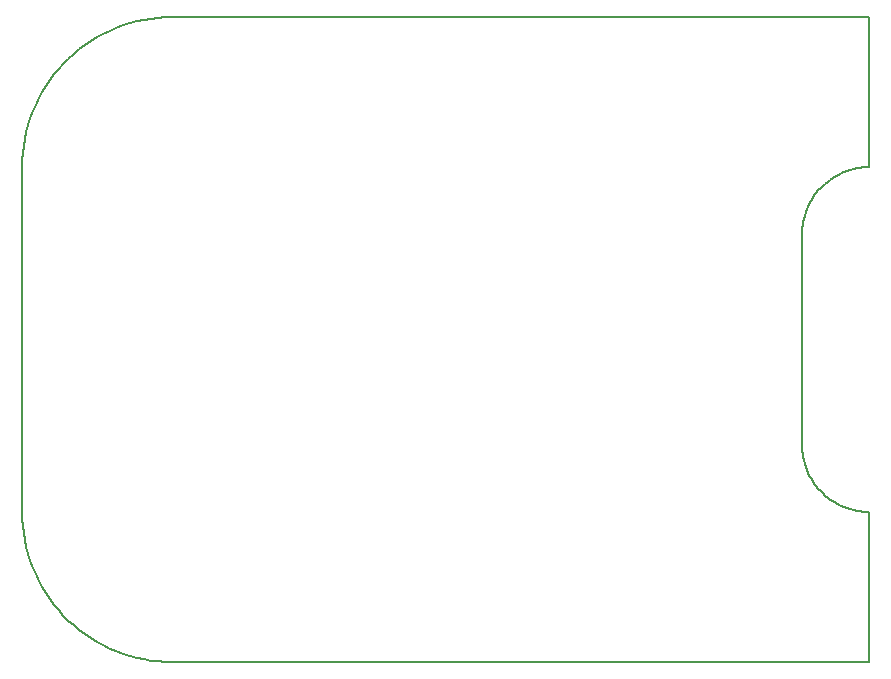
<source format=gko>
G75*
G70*
%OFA0B0*%
%FSLAX24Y24*%
%IPPOS*%
%LPD*%
%AMOC8*
5,1,8,0,0,1.08239X$1,22.5*
%
%ADD10C,0.0050*%
D10*
X007613Y000500D02*
X030863Y000500D01*
X030863Y005500D01*
X030756Y005503D01*
X030649Y005510D01*
X030543Y005523D01*
X030437Y005541D01*
X030333Y005563D01*
X030229Y005591D01*
X030127Y005624D01*
X030027Y005661D01*
X029928Y005703D01*
X029832Y005750D01*
X029738Y005801D01*
X029647Y005857D01*
X029558Y005917D01*
X029472Y005981D01*
X029390Y006050D01*
X029310Y006122D01*
X029235Y006197D01*
X029163Y006277D01*
X029094Y006359D01*
X029030Y006445D01*
X028970Y006534D01*
X028914Y006625D01*
X028863Y006719D01*
X028816Y006815D01*
X028774Y006914D01*
X028737Y007014D01*
X028704Y007116D01*
X028676Y007220D01*
X028654Y007324D01*
X028636Y007430D01*
X028623Y007536D01*
X028616Y007643D01*
X028613Y007750D01*
X028613Y014750D01*
X028616Y014857D01*
X028623Y014964D01*
X028636Y015070D01*
X028654Y015176D01*
X028676Y015280D01*
X028704Y015384D01*
X028737Y015486D01*
X028774Y015586D01*
X028816Y015685D01*
X028863Y015781D01*
X028914Y015875D01*
X028970Y015966D01*
X029030Y016055D01*
X029094Y016141D01*
X029163Y016223D01*
X029235Y016303D01*
X029310Y016378D01*
X029390Y016450D01*
X029472Y016519D01*
X029558Y016583D01*
X029647Y016643D01*
X029738Y016699D01*
X029832Y016750D01*
X029928Y016797D01*
X030027Y016839D01*
X030127Y016876D01*
X030229Y016909D01*
X030333Y016937D01*
X030437Y016959D01*
X030543Y016977D01*
X030649Y016990D01*
X030756Y016997D01*
X030863Y017000D01*
X030863Y022000D01*
X007613Y022000D01*
X007375Y021994D01*
X007138Y021977D01*
X006901Y021949D01*
X006667Y021910D01*
X006434Y021859D01*
X006204Y021797D01*
X005978Y021725D01*
X005755Y021642D01*
X005536Y021548D01*
X005322Y021444D01*
X005113Y021330D01*
X004910Y021206D01*
X004713Y021073D01*
X004522Y020930D01*
X004339Y020779D01*
X004163Y020619D01*
X003994Y020450D01*
X003834Y020274D01*
X003683Y020091D01*
X003540Y019900D01*
X003407Y019703D01*
X003283Y019500D01*
X003169Y019291D01*
X003065Y019077D01*
X002971Y018858D01*
X002888Y018635D01*
X002816Y018409D01*
X002754Y018179D01*
X002703Y017946D01*
X002664Y017712D01*
X002636Y017475D01*
X002619Y017238D01*
X002613Y017000D01*
X002613Y005500D01*
X002619Y005262D01*
X002636Y005025D01*
X002664Y004788D01*
X002703Y004554D01*
X002754Y004321D01*
X002816Y004091D01*
X002888Y003865D01*
X002971Y003642D01*
X003065Y003423D01*
X003169Y003209D01*
X003283Y003000D01*
X003407Y002797D01*
X003540Y002600D01*
X003683Y002409D01*
X003834Y002226D01*
X003994Y002050D01*
X004163Y001881D01*
X004339Y001721D01*
X004522Y001570D01*
X004713Y001427D01*
X004910Y001294D01*
X005113Y001170D01*
X005322Y001056D01*
X005536Y000952D01*
X005755Y000858D01*
X005978Y000775D01*
X006204Y000703D01*
X006434Y000641D01*
X006667Y000590D01*
X006901Y000551D01*
X007138Y000523D01*
X007375Y000506D01*
X007613Y000500D01*
M02*

</source>
